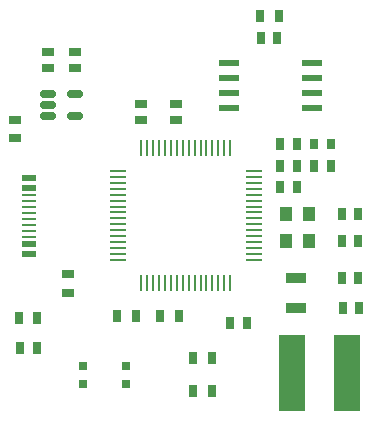
<source format=gbr>
%TF.GenerationSoftware,KiCad,Pcbnew,(6.0.6)*%
%TF.CreationDate,2024-09-09T22:51:05-04:00*%
%TF.ProjectId,ta-expt-v2,74612d65-7870-4742-9d76-322e6b696361,rev?*%
%TF.SameCoordinates,Original*%
%TF.FileFunction,Paste,Top*%
%TF.FilePolarity,Positive*%
%FSLAX46Y46*%
G04 Gerber Fmt 4.6, Leading zero omitted, Abs format (unit mm)*
G04 Created by KiCad (PCBNEW (6.0.6)) date 2024-09-09 22:51:05*
%MOMM*%
%LPD*%
G01*
G04 APERTURE LIST*
G04 Aperture macros list*
%AMRoundRect*
0 Rectangle with rounded corners*
0 $1 Rounding radius*
0 $2 $3 $4 $5 $6 $7 $8 $9 X,Y pos of 4 corners*
0 Add a 4 corners polygon primitive as box body*
4,1,4,$2,$3,$4,$5,$6,$7,$8,$9,$2,$3,0*
0 Add four circle primitives for the rounded corners*
1,1,$1+$1,$2,$3*
1,1,$1+$1,$4,$5*
1,1,$1+$1,$6,$7*
1,1,$1+$1,$8,$9*
0 Add four rect primitives between the rounded corners*
20,1,$1+$1,$2,$3,$4,$5,0*
20,1,$1+$1,$4,$5,$6,$7,0*
20,1,$1+$1,$6,$7,$8,$9,0*
20,1,$1+$1,$8,$9,$2,$3,0*%
G04 Aperture macros list end*
%ADD10R,0.700000X1.000000*%
%ADD11R,1.150000X0.575000*%
%ADD12R,1.150000X0.275000*%
%ADD13R,1.000000X0.700000*%
%ADD14R,0.800000X1.000000*%
%ADD15R,0.700000X0.700000*%
%ADD16R,1.700000X0.900000*%
%ADD17R,1.000000X1.200000*%
%ADD18RoundRect,0.150000X-0.512500X-0.150000X0.512500X-0.150000X0.512500X0.150000X-0.512500X0.150000X0*%
%ADD19R,1.460000X0.250000*%
%ADD20R,0.250000X1.460000*%
%ADD21R,1.750000X0.600000*%
%ADD22R,0.700000X0.940000*%
%ADD23R,2.200000X6.400000*%
G04 APERTURE END LIST*
D10*
%TO.C,C14*%
X160923200Y-93167200D03*
X159523200Y-93167200D03*
%TD*%
D11*
%TO.C,J9*%
X139915006Y-105057804D03*
X139915006Y-105857802D03*
D12*
X139914995Y-107007800D03*
X139914995Y-108007800D03*
X139914995Y-108507800D03*
X139914995Y-109507800D03*
D11*
X139915006Y-111457791D03*
X139915006Y-110657792D03*
D12*
X139914995Y-110007800D03*
X139914995Y-109007800D03*
X139914995Y-107507800D03*
X139914995Y-106507800D03*
%TD*%
D13*
%TO.C,C17*%
X143814800Y-95746800D03*
X143814800Y-94346800D03*
%TD*%
D14*
%TO.C,FB1*%
X139001600Y-116890800D03*
X140601600Y-116890800D03*
%TD*%
D15*
%TO.C,LED1*%
X144475200Y-122466800D03*
X144475200Y-120966800D03*
%TD*%
D10*
%TO.C,C11*%
X166381200Y-110337600D03*
X167781200Y-110337600D03*
%TD*%
%TO.C,C5*%
X161148800Y-102158800D03*
X162548800Y-102158800D03*
%TD*%
%TO.C,C6*%
X161148800Y-104038400D03*
X162548800Y-104038400D03*
%TD*%
D16*
%TO.C,Y2*%
X162509200Y-116083000D03*
X162509200Y-113533000D03*
%TD*%
D10*
%TO.C,C9*%
X161148800Y-105816400D03*
X162548800Y-105816400D03*
%TD*%
D17*
%TO.C,Y1*%
X163560800Y-110370000D03*
X163560800Y-108070000D03*
X161660800Y-108070000D03*
X161660800Y-110370000D03*
%TD*%
D10*
%TO.C,C13*%
X166432000Y-116078000D03*
X167832000Y-116078000D03*
%TD*%
D18*
%TO.C,U1*%
X141508900Y-97906800D03*
X141508900Y-98856800D03*
X141508900Y-99806800D03*
X143783900Y-99806800D03*
X143783900Y-97906800D03*
%TD*%
D13*
%TO.C,R7*%
X143154400Y-114744400D03*
X143154400Y-113144400D03*
%TD*%
D19*
%TO.C,IC1*%
X158900000Y-111954000D03*
X158900000Y-111454000D03*
X158900000Y-110954000D03*
X158900000Y-110454000D03*
X158900000Y-109954000D03*
X158900000Y-109454000D03*
X158900000Y-108954000D03*
X158900000Y-108454000D03*
X158900000Y-107954000D03*
X158900000Y-107454000D03*
X158900000Y-106954000D03*
X158900000Y-106454000D03*
X158900000Y-105954000D03*
X158900000Y-105454000D03*
X158900000Y-104954000D03*
X158900000Y-104454000D03*
D20*
X156912000Y-102466000D03*
X156412000Y-102466000D03*
X155912000Y-102466000D03*
X155412000Y-102466000D03*
X154912000Y-102466000D03*
X154412000Y-102466000D03*
X153912000Y-102466000D03*
X153412000Y-102466000D03*
X152912000Y-102466000D03*
X152412000Y-102466000D03*
X151912000Y-102466000D03*
X151412000Y-102466000D03*
X150912000Y-102466000D03*
X150412000Y-102466000D03*
X149912000Y-102466000D03*
X149412000Y-102466000D03*
D19*
X147424000Y-104454000D03*
X147424000Y-104954000D03*
X147424000Y-105454000D03*
X147424000Y-105954000D03*
X147424000Y-106454000D03*
X147424000Y-106954000D03*
X147424000Y-107454000D03*
X147424000Y-107954000D03*
X147424000Y-108454000D03*
X147424000Y-108954000D03*
X147424000Y-109454000D03*
X147424000Y-109954000D03*
X147424000Y-110454000D03*
X147424000Y-110954000D03*
X147424000Y-111454000D03*
X147424000Y-111954000D03*
D20*
X149412000Y-113942000D03*
X149912000Y-113942000D03*
X150412000Y-113942000D03*
X150912000Y-113942000D03*
X151412000Y-113942000D03*
X151912000Y-113942000D03*
X152412000Y-113942000D03*
X152912000Y-113942000D03*
X153412000Y-113942000D03*
X153912000Y-113942000D03*
X154412000Y-113942000D03*
X154912000Y-113942000D03*
X155412000Y-113942000D03*
X155912000Y-113942000D03*
X156412000Y-113942000D03*
X156912000Y-113942000D03*
%TD*%
D10*
%TO.C,R3*%
X153746400Y-120243600D03*
X155346400Y-120243600D03*
%TD*%
%TO.C,R2*%
X152552400Y-116687600D03*
X150952400Y-116687600D03*
%TD*%
%TO.C,R1*%
X148945600Y-116687600D03*
X147345600Y-116687600D03*
%TD*%
D13*
%TO.C,C16*%
X141528800Y-94346800D03*
X141528800Y-95746800D03*
%TD*%
D21*
%TO.C,IC2*%
X156792800Y-95275400D03*
X156792800Y-96545400D03*
X156792800Y-97815400D03*
X156792800Y-99085400D03*
X163856800Y-99085400D03*
X163856800Y-97815400D03*
X163856800Y-96545400D03*
X163856800Y-95275400D03*
%TD*%
D22*
%TO.C,C8*%
X164044400Y-102158800D03*
X165444400Y-102158800D03*
%TD*%
D15*
%TO.C,LED2*%
X148082000Y-122466800D03*
X148082000Y-120966800D03*
%TD*%
D23*
%TO.C,C15*%
X162190400Y-121564400D03*
X166790400Y-121564400D03*
%TD*%
D10*
%TO.C,R5*%
X161086800Y-91338400D03*
X159486800Y-91338400D03*
%TD*%
%TO.C,C12*%
X166381200Y-113538000D03*
X167781200Y-113538000D03*
%TD*%
D13*
%TO.C,C2*%
X149402800Y-100166400D03*
X149402800Y-98766400D03*
%TD*%
D10*
%TO.C,C1*%
X140552400Y-119430800D03*
X139152400Y-119430800D03*
%TD*%
%TO.C,R4*%
X155346400Y-123037600D03*
X153746400Y-123037600D03*
%TD*%
%TO.C,C10*%
X166381200Y-108051600D03*
X167781200Y-108051600D03*
%TD*%
%TO.C,C4*%
X156932400Y-117348000D03*
X158332400Y-117348000D03*
%TD*%
%TO.C,C7*%
X164044400Y-104038400D03*
X165444400Y-104038400D03*
%TD*%
D13*
%TO.C,R6*%
X138684000Y-100088800D03*
X138684000Y-101688800D03*
%TD*%
%TO.C,C3*%
X152298400Y-100166400D03*
X152298400Y-98766400D03*
%TD*%
M02*

</source>
